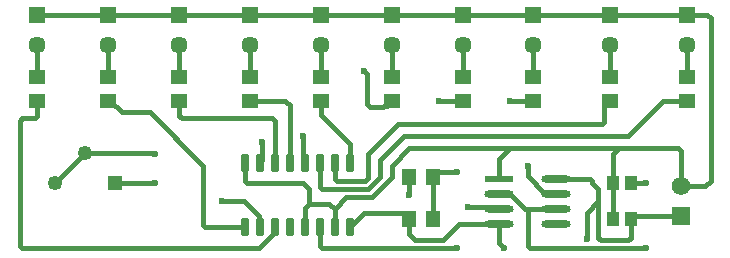
<source format=gtl>
G04*
G04 #@! TF.GenerationSoftware,Altium Limited,Altium Designer,24.1.2 (44)*
G04*
G04 Layer_Physical_Order=1*
G04 Layer_Color=255*
%FSLAX44Y44*%
%MOMM*%
G71*
G04*
G04 #@! TF.SameCoordinates,D1532E8E-0FCC-4109-960E-C101D303889C*
G04*
G04*
G04 #@! TF.FilePolarity,Positive*
G04*
G01*
G75*
%ADD14R,1.2000X1.4500*%
%ADD15R,1.0000X1.3000*%
%ADD16R,1.4500X1.2000*%
G04:AMPARAMS|DCode=17|XSize=0.6mm|YSize=1.45mm|CornerRadius=0.051mm|HoleSize=0mm|Usage=FLASHONLY|Rotation=0.000|XOffset=0mm|YOffset=0mm|HoleType=Round|Shape=RoundedRectangle|*
%AMROUNDEDRECTD17*
21,1,0.6000,1.3480,0,0,0.0*
21,1,0.4980,1.4500,0,0,0.0*
1,1,0.1020,0.2490,-0.6740*
1,1,0.1020,-0.2490,-0.6740*
1,1,0.1020,-0.2490,0.6740*
1,1,0.1020,0.2490,0.6740*
%
%ADD17ROUNDEDRECTD17*%
G04:AMPARAMS|DCode=18|XSize=2.4692mm|YSize=0.6221mm|CornerRadius=0.3111mm|HoleSize=0mm|Usage=FLASHONLY|Rotation=0.000|XOffset=0mm|YOffset=0mm|HoleType=Round|Shape=RoundedRectangle|*
%AMROUNDEDRECTD18*
21,1,2.4692,0.0000,0,0,0.0*
21,1,1.8470,0.6221,0,0,0.0*
1,1,0.6221,0.9235,0.0000*
1,1,0.6221,-0.9235,0.0000*
1,1,0.6221,-0.9235,0.0000*
1,1,0.6221,0.9235,0.0000*
%
%ADD18ROUNDEDRECTD18*%
%ADD19R,2.4692X0.6221*%
%ADD24C,1.2500*%
%ADD25R,1.2500X1.2500*%
%ADD26C,1.4500*%
%ADD27R,1.4500X1.4500*%
%ADD28C,1.5700*%
%ADD29R,1.5700X1.5700*%
%ADD30C,0.3810*%
%ADD31C,0.6000*%
D14*
X340000Y30000D02*
D03*
X360000D02*
D03*
Y65000D02*
D03*
X340000D02*
D03*
D15*
X527500Y30000D02*
D03*
X512500D02*
D03*
X527500Y60000D02*
D03*
X512500D02*
D03*
D16*
X575000Y150000D02*
D03*
Y130000D02*
D03*
X510000Y150000D02*
D03*
Y130000D02*
D03*
X445000Y150000D02*
D03*
Y130000D02*
D03*
X385000Y150000D02*
D03*
Y130000D02*
D03*
X325000Y150000D02*
D03*
Y130000D02*
D03*
X265000Y150000D02*
D03*
Y130000D02*
D03*
X205000Y150000D02*
D03*
Y130000D02*
D03*
X145000Y150000D02*
D03*
Y130000D02*
D03*
X85000Y150000D02*
D03*
Y130000D02*
D03*
X25000Y150000D02*
D03*
Y130000D02*
D03*
D17*
X289450Y77250D02*
D03*
X276750D02*
D03*
X264050D02*
D03*
X251350D02*
D03*
X238650D02*
D03*
X225950D02*
D03*
X213250D02*
D03*
X200550D02*
D03*
X289450Y22750D02*
D03*
X276750D02*
D03*
X264050D02*
D03*
X251350D02*
D03*
X238650D02*
D03*
X225950D02*
D03*
X213250D02*
D03*
X200550D02*
D03*
D18*
X464136Y64050D02*
D03*
Y51350D02*
D03*
Y38650D02*
D03*
Y25950D02*
D03*
X415864D02*
D03*
Y38650D02*
D03*
Y51350D02*
D03*
D19*
Y64050D02*
D03*
D24*
X65000Y85550D02*
D03*
X39600Y60150D02*
D03*
D25*
X90400D02*
D03*
D26*
X575000Y177300D02*
D03*
X510000D02*
D03*
X445000D02*
D03*
X385000D02*
D03*
X325000D02*
D03*
X265000D02*
D03*
X205000D02*
D03*
X145000D02*
D03*
X85000D02*
D03*
X25000D02*
D03*
D27*
X575000Y202700D02*
D03*
X510000D02*
D03*
X445000D02*
D03*
X385000D02*
D03*
X325000D02*
D03*
X265000D02*
D03*
X205000D02*
D03*
X145000D02*
D03*
X85000D02*
D03*
X25000D02*
D03*
D28*
X570000Y57700D02*
D03*
D29*
Y32300D02*
D03*
D30*
X238650Y77250D02*
Y126350D01*
X235000Y130000D02*
X238650Y126350D01*
X205000Y130000D02*
X235000D01*
X335905Y35000D02*
X340000Y30905D01*
X289450Y22750D02*
X301700Y35000D01*
X340000Y30000D02*
Y30905D01*
X301700Y35000D02*
X335905D01*
X340000Y16810D02*
Y28750D01*
Y16810D02*
X345000Y11810D01*
X368187D01*
X382327Y25950D01*
X415864D01*
X492768Y64050D02*
X495000Y61818D01*
X500000Y45000D02*
Y55000D01*
X495000Y60000D02*
X500000Y55000D01*
X464136Y64050D02*
X492768D01*
X495000Y60000D02*
Y61818D01*
X454113Y52138D02*
X463348D01*
X440000Y66251D02*
Y75000D01*
X463348Y52138D02*
X464136Y51350D01*
X440000Y66251D02*
X454113Y52138D01*
X527500Y60000D02*
X540000D01*
X512500D02*
Y85268D01*
X517232Y90000D01*
X512500Y30000D02*
Y60000D01*
X490000Y35000D02*
X500000Y45000D01*
Y14042D02*
Y45000D01*
Y14042D02*
X502232Y11810D01*
X340000Y50000D02*
Y65000D01*
X266282Y5000D02*
X380000D01*
X264050Y7232D02*
Y22750D01*
Y7232D02*
X266282Y5000D01*
X390000Y40000D02*
X410000D01*
X411114Y38650D02*
X415864D01*
X410000Y39764D02*
X411114Y38650D01*
X410000Y39764D02*
Y40000D01*
X340000Y90000D02*
X425000D01*
X325000Y75000D02*
X340000Y90000D01*
X320000Y60369D02*
X325000Y65369D01*
Y75000D01*
X320000Y60000D02*
Y60369D01*
X315000Y65000D02*
Y80000D01*
X305000Y55000D02*
X315000Y65000D01*
Y80000D02*
X335000Y100000D01*
X286690Y48190D02*
X308190D01*
X320000Y60000D01*
X276750Y38250D02*
X286690Y48190D01*
X266282Y55000D02*
X305000D01*
X305000Y64631D02*
Y85000D01*
X276750Y64042D02*
Y77250D01*
X302179Y61810D02*
X305000Y64631D01*
X278982Y61810D02*
X302179D01*
X276750Y64042D02*
X278982Y61810D01*
X360000Y65000D02*
Y65905D01*
X364095Y70000D01*
X380000D01*
X360000Y65000D02*
X360000Y65000D01*
X90400Y60150D02*
X124850D01*
X125000Y60000D01*
X124450Y85550D02*
X125000Y85000D01*
X65000Y85550D02*
X124450D01*
X490000Y12905D02*
Y35000D01*
X440000Y7232D02*
X442232Y5000D01*
X540000D01*
X440000Y38650D02*
X464136D01*
X437799D02*
X440000D01*
X502232Y11810D02*
X525268D01*
X527500Y14042D01*
Y30000D01*
X440000Y7232D02*
Y38650D01*
X415864Y9136D02*
X420000Y5000D01*
X415864Y9136D02*
Y25950D01*
Y80864D02*
X425000Y90000D01*
X517232D01*
X415864Y64050D02*
Y80864D01*
X570000Y57700D02*
X590468D01*
X595000Y62232D02*
Y200000D01*
X590468Y57700D02*
X595000Y62232D01*
X575000Y202700D02*
X592300D01*
X595000Y200000D01*
X517232Y90000D02*
X567768D01*
X570000Y87768D01*
Y58426D02*
Y87768D01*
X525000Y100000D02*
X555000Y130000D01*
X335000Y100000D02*
X525000D01*
X276750Y22750D02*
Y38250D01*
X272175Y42825D02*
X276750Y38250D01*
X255000Y42825D02*
X272175D01*
X251350Y22750D02*
Y39175D01*
X255000Y42825D01*
X250000Y60000D02*
X255000Y55000D01*
Y42825D02*
Y55000D01*
X202782Y60000D02*
X250000D01*
X200550Y62232D02*
Y77250D01*
Y62232D02*
X202782Y60000D01*
X304062Y127232D02*
Y152768D01*
X301831Y155000D02*
X304062Y152768D01*
X320905Y125905D02*
X325000Y130000D01*
X318328Y125905D02*
X320905D01*
X317423Y125000D02*
X318328Y125905D01*
X306294Y125000D02*
X317423D01*
X304062Y127232D02*
X306294Y125000D01*
X181125Y45000D02*
X200000D01*
X212543Y23457D02*
Y32457D01*
Y23457D02*
X213250Y22750D01*
X200000Y45000D02*
X212543Y32457D01*
X425000Y130000D02*
X445000D01*
X250000Y80000D02*
Y100000D01*
Y80000D02*
X250255D01*
X251350Y78905D01*
Y77250D02*
Y78905D01*
X165000Y25000D02*
Y75000D01*
X96250Y120000D02*
X120000D01*
X165000Y75000D01*
X147232Y115000D02*
X223718D01*
X145000Y117232D02*
X147232Y115000D01*
X145000Y117232D02*
Y130000D01*
X86250D02*
X96250Y120000D01*
X165000Y25000D02*
X167250Y22750D01*
X200550D01*
X85000Y130000D02*
X86250D01*
X365000D02*
X385000D01*
X225950Y77250D02*
Y112768D01*
X223718Y115000D02*
X225950Y112768D01*
X215000Y80000D02*
Y95000D01*
X213250Y77250D02*
Y78905D01*
X214345Y80000D02*
X215000D01*
X213250Y78905D02*
X214345Y80000D01*
X265000Y117768D02*
X289726Y93043D01*
X12232Y5000D02*
X212623D01*
X415864Y51350D02*
X425099D01*
X437799Y38650D01*
X527500Y30000D02*
X529800Y32300D01*
X570000D01*
X360000Y30000D02*
Y65000D01*
Y30000D02*
X360000D01*
X555000Y130000D02*
X575000D01*
X330000Y110000D02*
X502768D01*
X505000Y112232D01*
Y125905D01*
X264050Y57232D02*
X266282Y55000D01*
X264050Y57232D02*
Y77250D01*
X305000Y85000D02*
X330000Y110000D01*
X509095Y130000D02*
X510000D01*
X505000Y125905D02*
X509095Y130000D01*
X39600Y60150D02*
X65000Y85550D01*
X10000Y7232D02*
Y112768D01*
Y7232D02*
X12232Y5000D01*
X212623D02*
X224855Y17232D01*
X10000Y112768D02*
X12232Y115000D01*
X22768D01*
X224855Y21655D02*
X225950Y22750D01*
X224855Y17232D02*
Y21655D01*
X25000Y117232D02*
Y130000D01*
X22768Y115000D02*
X25000Y117232D01*
X265000Y117768D02*
Y130000D01*
X289450Y77250D02*
X289726Y77526D01*
Y93043D01*
X575000Y150000D02*
Y177300D01*
X510000Y150000D02*
Y177300D01*
X445000Y150000D02*
Y177300D01*
X385000Y150000D02*
Y177300D01*
X325000Y150000D02*
X325000Y150000D01*
X325000Y175000D02*
X325000Y175000D01*
X325000Y150000D02*
Y175000D01*
Y175000D02*
Y177300D01*
Y175000D02*
X325000Y175000D01*
X265000Y150000D02*
Y177300D01*
Y150000D02*
X265000Y150000D01*
X205000D02*
Y177300D01*
X145000Y150000D02*
Y177300D01*
X85000Y150000D02*
Y177300D01*
X25000Y150000D02*
Y177300D01*
X510000Y202700D02*
X575000D01*
X445000D02*
X510000D01*
X385000D02*
X445000D01*
X325000D02*
X385000D01*
X265000D02*
X325000D01*
X205000D02*
X265000D01*
X145000D02*
X205000D01*
X85000D02*
X145000D01*
X25000D02*
X85000D01*
D31*
X124850Y60150D02*
D03*
X440000Y75000D02*
D03*
X540000Y60000D02*
D03*
X125000Y85000D02*
D03*
X340000Y50000D02*
D03*
X390000Y40000D02*
D03*
X380000Y5000D02*
D03*
Y70000D02*
D03*
X540000Y5000D02*
D03*
X490000Y12905D02*
D03*
X420000Y5000D02*
D03*
X181125Y45000D02*
D03*
X301831Y155000D02*
D03*
X250000Y100000D02*
D03*
X425000Y130000D02*
D03*
X215000Y95000D02*
D03*
X365000Y130000D02*
D03*
M02*

</source>
